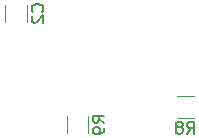
<source format=gbr>
G04 #@! TF.GenerationSoftware,KiCad,Pcbnew,5.1.9*
G04 #@! TF.CreationDate,2020-12-27T16:23:41+01:00*
G04 #@! TF.ProjectId,qc_attiny,71635f61-7474-4696-9e79-2e6b69636164,rev?*
G04 #@! TF.SameCoordinates,Original*
G04 #@! TF.FileFunction,Legend,Bot*
G04 #@! TF.FilePolarity,Positive*
%FSLAX46Y46*%
G04 Gerber Fmt 4.6, Leading zero omitted, Abs format (unit mm)*
G04 Created by KiCad (PCBNEW 5.1.9) date 2020-12-27 16:23:41*
%MOMM*%
%LPD*%
G01*
G04 APERTURE LIST*
%ADD10C,0.120000*%
%ADD11C,0.150000*%
G04 APERTURE END LIST*
D10*
X143910000Y-118627064D02*
X143910000Y-117172936D01*
X142090000Y-118627064D02*
X142090000Y-117172936D01*
X151372936Y-117310000D02*
X152827064Y-117310000D01*
X151372936Y-115490000D02*
X152827064Y-115490000D01*
X138710000Y-109211252D02*
X138710000Y-107788748D01*
X136890000Y-109211252D02*
X136890000Y-107788748D01*
D11*
X145272380Y-117733333D02*
X144796190Y-117400000D01*
X145272380Y-117161904D02*
X144272380Y-117161904D01*
X144272380Y-117542857D01*
X144320000Y-117638095D01*
X144367619Y-117685714D01*
X144462857Y-117733333D01*
X144605714Y-117733333D01*
X144700952Y-117685714D01*
X144748571Y-117638095D01*
X144796190Y-117542857D01*
X144796190Y-117161904D01*
X145272380Y-118209523D02*
X145272380Y-118400000D01*
X145224761Y-118495238D01*
X145177142Y-118542857D01*
X145034285Y-118638095D01*
X144843809Y-118685714D01*
X144462857Y-118685714D01*
X144367619Y-118638095D01*
X144320000Y-118590476D01*
X144272380Y-118495238D01*
X144272380Y-118304761D01*
X144320000Y-118209523D01*
X144367619Y-118161904D01*
X144462857Y-118114285D01*
X144700952Y-118114285D01*
X144796190Y-118161904D01*
X144843809Y-118209523D01*
X144891428Y-118304761D01*
X144891428Y-118495238D01*
X144843809Y-118590476D01*
X144796190Y-118638095D01*
X144700952Y-118685714D01*
X152266666Y-118672380D02*
X152600000Y-118196190D01*
X152838095Y-118672380D02*
X152838095Y-117672380D01*
X152457142Y-117672380D01*
X152361904Y-117720000D01*
X152314285Y-117767619D01*
X152266666Y-117862857D01*
X152266666Y-118005714D01*
X152314285Y-118100952D01*
X152361904Y-118148571D01*
X152457142Y-118196190D01*
X152838095Y-118196190D01*
X151695238Y-118100952D02*
X151790476Y-118053333D01*
X151838095Y-118005714D01*
X151885714Y-117910476D01*
X151885714Y-117862857D01*
X151838095Y-117767619D01*
X151790476Y-117720000D01*
X151695238Y-117672380D01*
X151504761Y-117672380D01*
X151409523Y-117720000D01*
X151361904Y-117767619D01*
X151314285Y-117862857D01*
X151314285Y-117910476D01*
X151361904Y-118005714D01*
X151409523Y-118053333D01*
X151504761Y-118100952D01*
X151695238Y-118100952D01*
X151790476Y-118148571D01*
X151838095Y-118196190D01*
X151885714Y-118291428D01*
X151885714Y-118481904D01*
X151838095Y-118577142D01*
X151790476Y-118624761D01*
X151695238Y-118672380D01*
X151504761Y-118672380D01*
X151409523Y-118624761D01*
X151361904Y-118577142D01*
X151314285Y-118481904D01*
X151314285Y-118291428D01*
X151361904Y-118196190D01*
X151409523Y-118148571D01*
X151504761Y-118100952D01*
X140007142Y-108333333D02*
X140054761Y-108285714D01*
X140102380Y-108142857D01*
X140102380Y-108047619D01*
X140054761Y-107904761D01*
X139959523Y-107809523D01*
X139864285Y-107761904D01*
X139673809Y-107714285D01*
X139530952Y-107714285D01*
X139340476Y-107761904D01*
X139245238Y-107809523D01*
X139150000Y-107904761D01*
X139102380Y-108047619D01*
X139102380Y-108142857D01*
X139150000Y-108285714D01*
X139197619Y-108333333D01*
X139197619Y-108714285D02*
X139150000Y-108761904D01*
X139102380Y-108857142D01*
X139102380Y-109095238D01*
X139150000Y-109190476D01*
X139197619Y-109238095D01*
X139292857Y-109285714D01*
X139388095Y-109285714D01*
X139530952Y-109238095D01*
X140102380Y-108666666D01*
X140102380Y-109285714D01*
M02*

</source>
